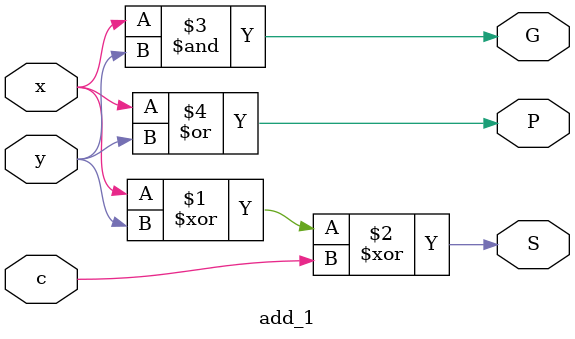
<source format=v>
module add_1(
	input x, y, c,
	output S, G, P
);

	assign S = x^y^c;
	assign G = x & y;
	assign P = x | y;


endmodule


</source>
